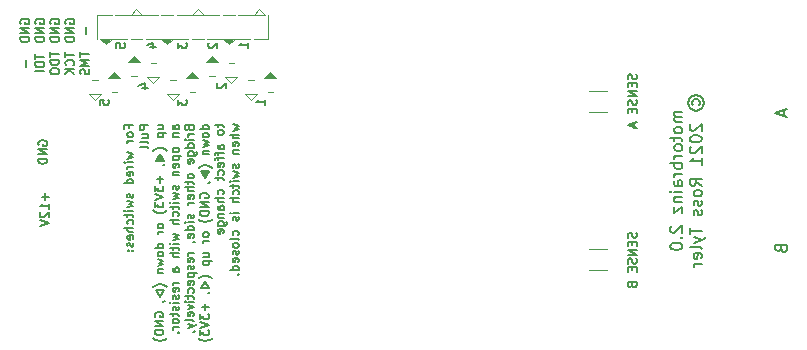
<source format=gbr>
%TF.GenerationSoftware,KiCad,Pcbnew,5.1.9-2.fc34*%
%TF.CreationDate,2021-04-29T15:20:28-07:00*%
%TF.ProjectId,motorbrainz,6d6f746f-7262-4726-9169-6e7a2e6b6963,1.0*%
%TF.SameCoordinates,Original*%
%TF.FileFunction,Legend,Bot*%
%TF.FilePolarity,Positive*%
%FSLAX46Y46*%
G04 Gerber Fmt 4.6, Leading zero omitted, Abs format (unit mm)*
G04 Created by KiCad (PCBNEW 5.1.9-2.fc34) date 2021-04-29 15:20:28*
%MOMM*%
%LPD*%
G01*
G04 APERTURE LIST*
%ADD10C,0.150000*%
%ADD11C,0.120000*%
%ADD12C,0.100000*%
G04 APERTURE END LIST*
D10*
X148979380Y-95790476D02*
X148312714Y-95790476D01*
X148407952Y-95790476D02*
X148360333Y-95838095D01*
X148312714Y-95933333D01*
X148312714Y-96076190D01*
X148360333Y-96171428D01*
X148455571Y-96219047D01*
X148979380Y-96219047D01*
X148455571Y-96219047D02*
X148360333Y-96266666D01*
X148312714Y-96361904D01*
X148312714Y-96504761D01*
X148360333Y-96600000D01*
X148455571Y-96647619D01*
X148979380Y-96647619D01*
X148979380Y-97266666D02*
X148931761Y-97171428D01*
X148884142Y-97123809D01*
X148788904Y-97076190D01*
X148503190Y-97076190D01*
X148407952Y-97123809D01*
X148360333Y-97171428D01*
X148312714Y-97266666D01*
X148312714Y-97409523D01*
X148360333Y-97504761D01*
X148407952Y-97552380D01*
X148503190Y-97600000D01*
X148788904Y-97600000D01*
X148884142Y-97552380D01*
X148931761Y-97504761D01*
X148979380Y-97409523D01*
X148979380Y-97266666D01*
X148312714Y-97885714D02*
X148312714Y-98266666D01*
X147979380Y-98028571D02*
X148836523Y-98028571D01*
X148931761Y-98076190D01*
X148979380Y-98171428D01*
X148979380Y-98266666D01*
X148979380Y-98742857D02*
X148931761Y-98647619D01*
X148884142Y-98600000D01*
X148788904Y-98552380D01*
X148503190Y-98552380D01*
X148407952Y-98600000D01*
X148360333Y-98647619D01*
X148312714Y-98742857D01*
X148312714Y-98885714D01*
X148360333Y-98980952D01*
X148407952Y-99028571D01*
X148503190Y-99076190D01*
X148788904Y-99076190D01*
X148884142Y-99028571D01*
X148931761Y-98980952D01*
X148979380Y-98885714D01*
X148979380Y-98742857D01*
X148979380Y-99504761D02*
X148312714Y-99504761D01*
X148503190Y-99504761D02*
X148407952Y-99552380D01*
X148360333Y-99600000D01*
X148312714Y-99695238D01*
X148312714Y-99790476D01*
X148979380Y-100123809D02*
X147979380Y-100123809D01*
X148360333Y-100123809D02*
X148312714Y-100219047D01*
X148312714Y-100409523D01*
X148360333Y-100504761D01*
X148407952Y-100552380D01*
X148503190Y-100600000D01*
X148788904Y-100600000D01*
X148884142Y-100552380D01*
X148931761Y-100504761D01*
X148979380Y-100409523D01*
X148979380Y-100219047D01*
X148931761Y-100123809D01*
X148979380Y-101028571D02*
X148312714Y-101028571D01*
X148503190Y-101028571D02*
X148407952Y-101076190D01*
X148360333Y-101123809D01*
X148312714Y-101219047D01*
X148312714Y-101314285D01*
X148979380Y-102076190D02*
X148455571Y-102076190D01*
X148360333Y-102028571D01*
X148312714Y-101933333D01*
X148312714Y-101742857D01*
X148360333Y-101647619D01*
X148931761Y-102076190D02*
X148979380Y-101980952D01*
X148979380Y-101742857D01*
X148931761Y-101647619D01*
X148836523Y-101600000D01*
X148741285Y-101600000D01*
X148646047Y-101647619D01*
X148598428Y-101742857D01*
X148598428Y-101980952D01*
X148550809Y-102076190D01*
X148979380Y-102552380D02*
X148312714Y-102552380D01*
X147979380Y-102552380D02*
X148027000Y-102504761D01*
X148074619Y-102552380D01*
X148027000Y-102600000D01*
X147979380Y-102552380D01*
X148074619Y-102552380D01*
X148312714Y-103028571D02*
X148979380Y-103028571D01*
X148407952Y-103028571D02*
X148360333Y-103076190D01*
X148312714Y-103171428D01*
X148312714Y-103314285D01*
X148360333Y-103409523D01*
X148455571Y-103457142D01*
X148979380Y-103457142D01*
X148312714Y-103838095D02*
X148312714Y-104361904D01*
X148979380Y-103838095D01*
X148979380Y-104361904D01*
X148074619Y-105457142D02*
X148027000Y-105504761D01*
X147979380Y-105600000D01*
X147979380Y-105838095D01*
X148027000Y-105933333D01*
X148074619Y-105980952D01*
X148169857Y-106028571D01*
X148265095Y-106028571D01*
X148407952Y-105980952D01*
X148979380Y-105409523D01*
X148979380Y-106028571D01*
X148884142Y-106457142D02*
X148931761Y-106504761D01*
X148979380Y-106457142D01*
X148931761Y-106409523D01*
X148884142Y-106457142D01*
X148979380Y-106457142D01*
X147979380Y-107123809D02*
X147979380Y-107219047D01*
X148027000Y-107314285D01*
X148074619Y-107361904D01*
X148169857Y-107409523D01*
X148360333Y-107457142D01*
X148598428Y-107457142D01*
X148788904Y-107409523D01*
X148884142Y-107361904D01*
X148931761Y-107314285D01*
X148979380Y-107219047D01*
X148979380Y-107123809D01*
X148931761Y-107028571D01*
X148884142Y-106980952D01*
X148788904Y-106933333D01*
X148598428Y-106885714D01*
X148360333Y-106885714D01*
X148169857Y-106933333D01*
X148074619Y-106980952D01*
X148027000Y-107028571D01*
X147979380Y-107123809D01*
X149867476Y-95219047D02*
X149819857Y-95123809D01*
X149819857Y-94933333D01*
X149867476Y-94838095D01*
X149962714Y-94742857D01*
X150057952Y-94695238D01*
X150248428Y-94695238D01*
X150343666Y-94742857D01*
X150438904Y-94838095D01*
X150486523Y-94933333D01*
X150486523Y-95123809D01*
X150438904Y-95219047D01*
X149486523Y-95028571D02*
X149534142Y-94790476D01*
X149677000Y-94552380D01*
X149915095Y-94409523D01*
X150153190Y-94361904D01*
X150391285Y-94409523D01*
X150629380Y-94552380D01*
X150772238Y-94790476D01*
X150819857Y-95028571D01*
X150772238Y-95266666D01*
X150629380Y-95504761D01*
X150391285Y-95647619D01*
X150153190Y-95695238D01*
X149915095Y-95647619D01*
X149677000Y-95504761D01*
X149534142Y-95266666D01*
X149486523Y-95028571D01*
X149724619Y-96838095D02*
X149677000Y-96885714D01*
X149629380Y-96980952D01*
X149629380Y-97219047D01*
X149677000Y-97314285D01*
X149724619Y-97361904D01*
X149819857Y-97409523D01*
X149915095Y-97409523D01*
X150057952Y-97361904D01*
X150629380Y-96790476D01*
X150629380Y-97409523D01*
X149629380Y-98028571D02*
X149629380Y-98123809D01*
X149677000Y-98219047D01*
X149724619Y-98266666D01*
X149819857Y-98314285D01*
X150010333Y-98361904D01*
X150248428Y-98361904D01*
X150438904Y-98314285D01*
X150534142Y-98266666D01*
X150581761Y-98219047D01*
X150629380Y-98123809D01*
X150629380Y-98028571D01*
X150581761Y-97933333D01*
X150534142Y-97885714D01*
X150438904Y-97838095D01*
X150248428Y-97790476D01*
X150010333Y-97790476D01*
X149819857Y-97838095D01*
X149724619Y-97885714D01*
X149677000Y-97933333D01*
X149629380Y-98028571D01*
X149724619Y-98742857D02*
X149677000Y-98790476D01*
X149629380Y-98885714D01*
X149629380Y-99123809D01*
X149677000Y-99219047D01*
X149724619Y-99266666D01*
X149819857Y-99314285D01*
X149915095Y-99314285D01*
X150057952Y-99266666D01*
X150629380Y-98695238D01*
X150629380Y-99314285D01*
X150629380Y-100266666D02*
X150629380Y-99695238D01*
X150629380Y-99980952D02*
X149629380Y-99980952D01*
X149772238Y-99885714D01*
X149867476Y-99790476D01*
X149915095Y-99695238D01*
X150629380Y-102028571D02*
X150153190Y-101695238D01*
X150629380Y-101457142D02*
X149629380Y-101457142D01*
X149629380Y-101838095D01*
X149677000Y-101933333D01*
X149724619Y-101980952D01*
X149819857Y-102028571D01*
X149962714Y-102028571D01*
X150057952Y-101980952D01*
X150105571Y-101933333D01*
X150153190Y-101838095D01*
X150153190Y-101457142D01*
X150629380Y-102600000D02*
X150581761Y-102504761D01*
X150534142Y-102457142D01*
X150438904Y-102409523D01*
X150153190Y-102409523D01*
X150057952Y-102457142D01*
X150010333Y-102504761D01*
X149962714Y-102600000D01*
X149962714Y-102742857D01*
X150010333Y-102838095D01*
X150057952Y-102885714D01*
X150153190Y-102933333D01*
X150438904Y-102933333D01*
X150534142Y-102885714D01*
X150581761Y-102838095D01*
X150629380Y-102742857D01*
X150629380Y-102600000D01*
X150581761Y-103314285D02*
X150629380Y-103409523D01*
X150629380Y-103600000D01*
X150581761Y-103695238D01*
X150486523Y-103742857D01*
X150438904Y-103742857D01*
X150343666Y-103695238D01*
X150296047Y-103600000D01*
X150296047Y-103457142D01*
X150248428Y-103361904D01*
X150153190Y-103314285D01*
X150105571Y-103314285D01*
X150010333Y-103361904D01*
X149962714Y-103457142D01*
X149962714Y-103600000D01*
X150010333Y-103695238D01*
X150581761Y-104123809D02*
X150629380Y-104219047D01*
X150629380Y-104409523D01*
X150581761Y-104504761D01*
X150486523Y-104552380D01*
X150438904Y-104552380D01*
X150343666Y-104504761D01*
X150296047Y-104409523D01*
X150296047Y-104266666D01*
X150248428Y-104171428D01*
X150153190Y-104123809D01*
X150105571Y-104123809D01*
X150010333Y-104171428D01*
X149962714Y-104266666D01*
X149962714Y-104409523D01*
X150010333Y-104504761D01*
X149629380Y-105600000D02*
X149629380Y-106171428D01*
X150629380Y-105885714D02*
X149629380Y-105885714D01*
X149962714Y-106409523D02*
X150629380Y-106647619D01*
X149962714Y-106885714D02*
X150629380Y-106647619D01*
X150867476Y-106552380D01*
X150915095Y-106504761D01*
X150962714Y-106409523D01*
X150629380Y-107409523D02*
X150581761Y-107314285D01*
X150486523Y-107266666D01*
X149629380Y-107266666D01*
X150581761Y-108171428D02*
X150629380Y-108076190D01*
X150629380Y-107885714D01*
X150581761Y-107790476D01*
X150486523Y-107742857D01*
X150105571Y-107742857D01*
X150010333Y-107790476D01*
X149962714Y-107885714D01*
X149962714Y-108076190D01*
X150010333Y-108171428D01*
X150105571Y-108219047D01*
X150200809Y-108219047D01*
X150296047Y-107742857D01*
X150629380Y-108647619D02*
X149962714Y-108647619D01*
X150153190Y-108647619D02*
X150057952Y-108695238D01*
X150010333Y-108742857D01*
X149962714Y-108838095D01*
X149962714Y-108933333D01*
X102117678Y-97173071D02*
X102117678Y-96923071D01*
X102510535Y-96923071D02*
X101760535Y-96923071D01*
X101760535Y-97280214D01*
X102510535Y-97673071D02*
X102474821Y-97601642D01*
X102439107Y-97565928D01*
X102367678Y-97530214D01*
X102153392Y-97530214D01*
X102081964Y-97565928D01*
X102046250Y-97601642D01*
X102010535Y-97673071D01*
X102010535Y-97780214D01*
X102046250Y-97851642D01*
X102081964Y-97887357D01*
X102153392Y-97923071D01*
X102367678Y-97923071D01*
X102439107Y-97887357D01*
X102474821Y-97851642D01*
X102510535Y-97780214D01*
X102510535Y-97673071D01*
X102510535Y-98244500D02*
X102010535Y-98244500D01*
X102153392Y-98244500D02*
X102081964Y-98280214D01*
X102046250Y-98315928D01*
X102010535Y-98387357D01*
X102010535Y-98458785D01*
X102010535Y-99208785D02*
X102510535Y-99351642D01*
X102153392Y-99494500D01*
X102510535Y-99637357D01*
X102010535Y-99780214D01*
X102510535Y-100065928D02*
X102010535Y-100065928D01*
X101760535Y-100065928D02*
X101796250Y-100030214D01*
X101831964Y-100065928D01*
X101796250Y-100101642D01*
X101760535Y-100065928D01*
X101831964Y-100065928D01*
X102510535Y-100423071D02*
X102010535Y-100423071D01*
X102153392Y-100423071D02*
X102081964Y-100458785D01*
X102046250Y-100494500D01*
X102010535Y-100565928D01*
X102010535Y-100637357D01*
X102474821Y-101173071D02*
X102510535Y-101101642D01*
X102510535Y-100958785D01*
X102474821Y-100887357D01*
X102403392Y-100851642D01*
X102117678Y-100851642D01*
X102046250Y-100887357D01*
X102010535Y-100958785D01*
X102010535Y-101101642D01*
X102046250Y-101173071D01*
X102117678Y-101208785D01*
X102189107Y-101208785D01*
X102260535Y-100851642D01*
X102510535Y-101851642D02*
X101760535Y-101851642D01*
X102474821Y-101851642D02*
X102510535Y-101780214D01*
X102510535Y-101637357D01*
X102474821Y-101565928D01*
X102439107Y-101530214D01*
X102367678Y-101494500D01*
X102153392Y-101494500D01*
X102081964Y-101530214D01*
X102046250Y-101565928D01*
X102010535Y-101637357D01*
X102010535Y-101780214D01*
X102046250Y-101851642D01*
X102474821Y-102744500D02*
X102510535Y-102815928D01*
X102510535Y-102958785D01*
X102474821Y-103030214D01*
X102403392Y-103065928D01*
X102367678Y-103065928D01*
X102296250Y-103030214D01*
X102260535Y-102958785D01*
X102260535Y-102851642D01*
X102224821Y-102780214D01*
X102153392Y-102744500D01*
X102117678Y-102744500D01*
X102046250Y-102780214D01*
X102010535Y-102851642D01*
X102010535Y-102958785D01*
X102046250Y-103030214D01*
X102010535Y-103315928D02*
X102510535Y-103458785D01*
X102153392Y-103601642D01*
X102510535Y-103744500D01*
X102010535Y-103887357D01*
X102510535Y-104173071D02*
X102010535Y-104173071D01*
X101760535Y-104173071D02*
X101796250Y-104137357D01*
X101831964Y-104173071D01*
X101796250Y-104208785D01*
X101760535Y-104173071D01*
X101831964Y-104173071D01*
X102010535Y-104423071D02*
X102010535Y-104708785D01*
X101760535Y-104530214D02*
X102403392Y-104530214D01*
X102474821Y-104565928D01*
X102510535Y-104637357D01*
X102510535Y-104708785D01*
X102474821Y-105280214D02*
X102510535Y-105208785D01*
X102510535Y-105065928D01*
X102474821Y-104994500D01*
X102439107Y-104958785D01*
X102367678Y-104923071D01*
X102153392Y-104923071D01*
X102081964Y-104958785D01*
X102046250Y-104994500D01*
X102010535Y-105065928D01*
X102010535Y-105208785D01*
X102046250Y-105280214D01*
X102510535Y-105601642D02*
X101760535Y-105601642D01*
X102510535Y-105923071D02*
X102117678Y-105923071D01*
X102046250Y-105887357D01*
X102010535Y-105815928D01*
X102010535Y-105708785D01*
X102046250Y-105637357D01*
X102081964Y-105601642D01*
X102474821Y-106565928D02*
X102510535Y-106494500D01*
X102510535Y-106351642D01*
X102474821Y-106280214D01*
X102403392Y-106244500D01*
X102117678Y-106244500D01*
X102046250Y-106280214D01*
X102010535Y-106351642D01*
X102010535Y-106494500D01*
X102046250Y-106565928D01*
X102117678Y-106601642D01*
X102189107Y-106601642D01*
X102260535Y-106244500D01*
X102474821Y-106887357D02*
X102510535Y-106958785D01*
X102510535Y-107101642D01*
X102474821Y-107173071D01*
X102403392Y-107208785D01*
X102367678Y-107208785D01*
X102296250Y-107173071D01*
X102260535Y-107101642D01*
X102260535Y-106994500D01*
X102224821Y-106923071D01*
X102153392Y-106887357D01*
X102117678Y-106887357D01*
X102046250Y-106923071D01*
X102010535Y-106994500D01*
X102010535Y-107101642D01*
X102046250Y-107173071D01*
X102439107Y-107530214D02*
X102474821Y-107565928D01*
X102510535Y-107530214D01*
X102474821Y-107494500D01*
X102439107Y-107530214D01*
X102510535Y-107530214D01*
X102046250Y-107530214D02*
X102081964Y-107565928D01*
X102117678Y-107530214D01*
X102081964Y-107494500D01*
X102046250Y-107530214D01*
X102117678Y-107530214D01*
X103785535Y-96923071D02*
X103035535Y-96923071D01*
X103035535Y-97208785D01*
X103071250Y-97280214D01*
X103106964Y-97315928D01*
X103178392Y-97351642D01*
X103285535Y-97351642D01*
X103356964Y-97315928D01*
X103392678Y-97280214D01*
X103428392Y-97208785D01*
X103428392Y-96923071D01*
X103285535Y-97994500D02*
X103785535Y-97994500D01*
X103285535Y-97673071D02*
X103678392Y-97673071D01*
X103749821Y-97708785D01*
X103785535Y-97780214D01*
X103785535Y-97887357D01*
X103749821Y-97958785D01*
X103714107Y-97994500D01*
X103785535Y-98458785D02*
X103749821Y-98387357D01*
X103678392Y-98351642D01*
X103035535Y-98351642D01*
X103785535Y-98851642D02*
X103749821Y-98780214D01*
X103678392Y-98744500D01*
X103035535Y-98744500D01*
X104560535Y-97244500D02*
X105060535Y-97244500D01*
X104560535Y-96923071D02*
X104953392Y-96923071D01*
X105024821Y-96958785D01*
X105060535Y-97030214D01*
X105060535Y-97137357D01*
X105024821Y-97208785D01*
X104989107Y-97244500D01*
X104560535Y-97601642D02*
X105310535Y-97601642D01*
X104596250Y-97601642D02*
X104560535Y-97673071D01*
X104560535Y-97815928D01*
X104596250Y-97887357D01*
X104631964Y-97923071D01*
X104703392Y-97958785D01*
X104917678Y-97958785D01*
X104989107Y-97923071D01*
X105024821Y-97887357D01*
X105060535Y-97815928D01*
X105060535Y-97673071D01*
X105024821Y-97601642D01*
X105346250Y-99065928D02*
X105310535Y-99030214D01*
X105203392Y-98958785D01*
X105131964Y-98923071D01*
X105024821Y-98887357D01*
X104846250Y-98851642D01*
X104703392Y-98851642D01*
X104524821Y-98887357D01*
X104417678Y-98923071D01*
X104346250Y-98958785D01*
X104239107Y-99030214D01*
X104203392Y-99065928D01*
X105060535Y-99887357D02*
X104489107Y-99887357D01*
X105024821Y-99851642D02*
X104524821Y-99851642D01*
X105024821Y-99815928D02*
X104524821Y-99815928D01*
X104989107Y-99780214D02*
X104560535Y-99780214D01*
X104989107Y-99744500D02*
X104560535Y-99744500D01*
X104953392Y-99708785D02*
X104596250Y-99708785D01*
X104953392Y-99673071D02*
X104596250Y-99673071D01*
X104917678Y-99637357D02*
X104631964Y-99637357D01*
X104881964Y-99601642D02*
X104667678Y-99601642D01*
X104881964Y-99565928D02*
X104667678Y-99565928D01*
X104846250Y-99530214D02*
X104703392Y-99530214D01*
X104846250Y-99494500D02*
X104703392Y-99494500D01*
X104774821Y-99458785D02*
X104774821Y-99423071D01*
X104810535Y-99458785D02*
X104739107Y-99458785D01*
X105060535Y-99923071D02*
X104774821Y-99387357D01*
X104489107Y-99923071D01*
X104774821Y-99351642D02*
X104453392Y-99923071D01*
X105096250Y-99923071D01*
X104774821Y-99351642D01*
X105024821Y-100315928D02*
X105060535Y-100315928D01*
X105131964Y-100280214D01*
X105167678Y-100244500D01*
X104774821Y-101208785D02*
X104774821Y-101780214D01*
X105060535Y-101494500D02*
X104489107Y-101494500D01*
X104310535Y-102065928D02*
X104310535Y-102530214D01*
X104596250Y-102280214D01*
X104596250Y-102387357D01*
X104631964Y-102458785D01*
X104667678Y-102494500D01*
X104739107Y-102530214D01*
X104917678Y-102530214D01*
X104989107Y-102494500D01*
X105024821Y-102458785D01*
X105060535Y-102387357D01*
X105060535Y-102173071D01*
X105024821Y-102101642D01*
X104989107Y-102065928D01*
X104310535Y-102744500D02*
X105060535Y-102994500D01*
X104310535Y-103244500D01*
X104310535Y-103423071D02*
X104310535Y-103887357D01*
X104596250Y-103637357D01*
X104596250Y-103744500D01*
X104631964Y-103815928D01*
X104667678Y-103851642D01*
X104739107Y-103887357D01*
X104917678Y-103887357D01*
X104989107Y-103851642D01*
X105024821Y-103815928D01*
X105060535Y-103744500D01*
X105060535Y-103530214D01*
X105024821Y-103458785D01*
X104989107Y-103423071D01*
X105346250Y-104137357D02*
X105310535Y-104173071D01*
X105203392Y-104244500D01*
X105131964Y-104280214D01*
X105024821Y-104315928D01*
X104846250Y-104351642D01*
X104703392Y-104351642D01*
X104524821Y-104315928D01*
X104417678Y-104280214D01*
X104346250Y-104244500D01*
X104239107Y-104173071D01*
X104203392Y-104137357D01*
X105060535Y-105387357D02*
X105024821Y-105315928D01*
X104989107Y-105280214D01*
X104917678Y-105244500D01*
X104703392Y-105244500D01*
X104631964Y-105280214D01*
X104596250Y-105315928D01*
X104560535Y-105387357D01*
X104560535Y-105494500D01*
X104596250Y-105565928D01*
X104631964Y-105601642D01*
X104703392Y-105637357D01*
X104917678Y-105637357D01*
X104989107Y-105601642D01*
X105024821Y-105565928D01*
X105060535Y-105494500D01*
X105060535Y-105387357D01*
X105060535Y-105958785D02*
X104560535Y-105958785D01*
X104703392Y-105958785D02*
X104631964Y-105994500D01*
X104596250Y-106030214D01*
X104560535Y-106101642D01*
X104560535Y-106173071D01*
X105060535Y-107315928D02*
X104310535Y-107315928D01*
X105024821Y-107315928D02*
X105060535Y-107244500D01*
X105060535Y-107101642D01*
X105024821Y-107030214D01*
X104989107Y-106994500D01*
X104917678Y-106958785D01*
X104703392Y-106958785D01*
X104631964Y-106994500D01*
X104596250Y-107030214D01*
X104560535Y-107101642D01*
X104560535Y-107244500D01*
X104596250Y-107315928D01*
X105060535Y-107780214D02*
X105024821Y-107708785D01*
X104989107Y-107673071D01*
X104917678Y-107637357D01*
X104703392Y-107637357D01*
X104631964Y-107673071D01*
X104596250Y-107708785D01*
X104560535Y-107780214D01*
X104560535Y-107887357D01*
X104596250Y-107958785D01*
X104631964Y-107994500D01*
X104703392Y-108030214D01*
X104917678Y-108030214D01*
X104989107Y-107994500D01*
X105024821Y-107958785D01*
X105060535Y-107887357D01*
X105060535Y-107780214D01*
X104560535Y-108280214D02*
X105060535Y-108423071D01*
X104703392Y-108565928D01*
X105060535Y-108708785D01*
X104560535Y-108851642D01*
X104560535Y-109137357D02*
X105060535Y-109137357D01*
X104631964Y-109137357D02*
X104596250Y-109173071D01*
X104560535Y-109244500D01*
X104560535Y-109351642D01*
X104596250Y-109423071D01*
X104667678Y-109458785D01*
X105060535Y-109458785D01*
X105346250Y-110601642D02*
X105310535Y-110565928D01*
X105203392Y-110494500D01*
X105131964Y-110458785D01*
X105024821Y-110423071D01*
X104846250Y-110387357D01*
X104703392Y-110387357D01*
X104524821Y-110423071D01*
X104417678Y-110458785D01*
X104346250Y-110494500D01*
X104239107Y-110565928D01*
X104203392Y-110601642D01*
X104774821Y-111458785D02*
X105096250Y-110887357D01*
X104453392Y-110887357D01*
X104774821Y-111458785D01*
X105024821Y-111851642D02*
X105060535Y-111851642D01*
X105131964Y-111815928D01*
X105167678Y-111780214D01*
X104346250Y-113137357D02*
X104310535Y-113065928D01*
X104310535Y-112958785D01*
X104346250Y-112851642D01*
X104417678Y-112780214D01*
X104489107Y-112744500D01*
X104631964Y-112708785D01*
X104739107Y-112708785D01*
X104881964Y-112744500D01*
X104953392Y-112780214D01*
X105024821Y-112851642D01*
X105060535Y-112958785D01*
X105060535Y-113030214D01*
X105024821Y-113137357D01*
X104989107Y-113173071D01*
X104739107Y-113173071D01*
X104739107Y-113030214D01*
X105060535Y-113494500D02*
X104310535Y-113494500D01*
X105060535Y-113923071D01*
X104310535Y-113923071D01*
X105060535Y-114280214D02*
X104310535Y-114280214D01*
X104310535Y-114458785D01*
X104346250Y-114565928D01*
X104417678Y-114637357D01*
X104489107Y-114673071D01*
X104631964Y-114708785D01*
X104739107Y-114708785D01*
X104881964Y-114673071D01*
X104953392Y-114637357D01*
X105024821Y-114565928D01*
X105060535Y-114458785D01*
X105060535Y-114280214D01*
X105346250Y-114958785D02*
X105310535Y-114994500D01*
X105203392Y-115065928D01*
X105131964Y-115101642D01*
X105024821Y-115137357D01*
X104846250Y-115173071D01*
X104703392Y-115173071D01*
X104524821Y-115137357D01*
X104417678Y-115101642D01*
X104346250Y-115065928D01*
X104239107Y-114994500D01*
X104203392Y-114958785D01*
X106335535Y-97244500D02*
X105942678Y-97244500D01*
X105871250Y-97208785D01*
X105835535Y-97137357D01*
X105835535Y-96994500D01*
X105871250Y-96923071D01*
X106299821Y-97244500D02*
X106335535Y-97173071D01*
X106335535Y-96994500D01*
X106299821Y-96923071D01*
X106228392Y-96887357D01*
X106156964Y-96887357D01*
X106085535Y-96923071D01*
X106049821Y-96994500D01*
X106049821Y-97173071D01*
X106014107Y-97244500D01*
X105835535Y-97601642D02*
X106335535Y-97601642D01*
X105906964Y-97601642D02*
X105871250Y-97637357D01*
X105835535Y-97708785D01*
X105835535Y-97815928D01*
X105871250Y-97887357D01*
X105942678Y-97923071D01*
X106335535Y-97923071D01*
X106335535Y-98958785D02*
X106299821Y-98887357D01*
X106264107Y-98851642D01*
X106192678Y-98815928D01*
X105978392Y-98815928D01*
X105906964Y-98851642D01*
X105871250Y-98887357D01*
X105835535Y-98958785D01*
X105835535Y-99065928D01*
X105871250Y-99137357D01*
X105906964Y-99173071D01*
X105978392Y-99208785D01*
X106192678Y-99208785D01*
X106264107Y-99173071D01*
X106299821Y-99137357D01*
X106335535Y-99065928D01*
X106335535Y-98958785D01*
X105835535Y-99530214D02*
X106585535Y-99530214D01*
X105871250Y-99530214D02*
X105835535Y-99601642D01*
X105835535Y-99744500D01*
X105871250Y-99815928D01*
X105906964Y-99851642D01*
X105978392Y-99887357D01*
X106192678Y-99887357D01*
X106264107Y-99851642D01*
X106299821Y-99815928D01*
X106335535Y-99744500D01*
X106335535Y-99601642D01*
X106299821Y-99530214D01*
X106299821Y-100494500D02*
X106335535Y-100423071D01*
X106335535Y-100280214D01*
X106299821Y-100208785D01*
X106228392Y-100173071D01*
X105942678Y-100173071D01*
X105871250Y-100208785D01*
X105835535Y-100280214D01*
X105835535Y-100423071D01*
X105871250Y-100494500D01*
X105942678Y-100530214D01*
X106014107Y-100530214D01*
X106085535Y-100173071D01*
X105835535Y-100851642D02*
X106335535Y-100851642D01*
X105906964Y-100851642D02*
X105871250Y-100887357D01*
X105835535Y-100958785D01*
X105835535Y-101065928D01*
X105871250Y-101137357D01*
X105942678Y-101173071D01*
X106335535Y-101173071D01*
X106299821Y-102065928D02*
X106335535Y-102137357D01*
X106335535Y-102280214D01*
X106299821Y-102351642D01*
X106228392Y-102387357D01*
X106192678Y-102387357D01*
X106121250Y-102351642D01*
X106085535Y-102280214D01*
X106085535Y-102173071D01*
X106049821Y-102101642D01*
X105978392Y-102065928D01*
X105942678Y-102065928D01*
X105871250Y-102101642D01*
X105835535Y-102173071D01*
X105835535Y-102280214D01*
X105871250Y-102351642D01*
X105835535Y-102637357D02*
X106335535Y-102780214D01*
X105978392Y-102923071D01*
X106335535Y-103065928D01*
X105835535Y-103208785D01*
X106335535Y-103494500D02*
X105835535Y-103494500D01*
X105585535Y-103494500D02*
X105621250Y-103458785D01*
X105656964Y-103494500D01*
X105621250Y-103530214D01*
X105585535Y-103494500D01*
X105656964Y-103494500D01*
X105835535Y-103744500D02*
X105835535Y-104030214D01*
X105585535Y-103851642D02*
X106228392Y-103851642D01*
X106299821Y-103887357D01*
X106335535Y-103958785D01*
X106335535Y-104030214D01*
X106299821Y-104601642D02*
X106335535Y-104530214D01*
X106335535Y-104387357D01*
X106299821Y-104315928D01*
X106264107Y-104280214D01*
X106192678Y-104244500D01*
X105978392Y-104244500D01*
X105906964Y-104280214D01*
X105871250Y-104315928D01*
X105835535Y-104387357D01*
X105835535Y-104530214D01*
X105871250Y-104601642D01*
X106335535Y-104923071D02*
X105585535Y-104923071D01*
X106335535Y-105244500D02*
X105942678Y-105244500D01*
X105871250Y-105208785D01*
X105835535Y-105137357D01*
X105835535Y-105030214D01*
X105871250Y-104958785D01*
X105906964Y-104923071D01*
X105835535Y-106101642D02*
X106335535Y-106244500D01*
X105978392Y-106387357D01*
X106335535Y-106530214D01*
X105835535Y-106673071D01*
X106335535Y-106958785D02*
X105835535Y-106958785D01*
X105585535Y-106958785D02*
X105621250Y-106923071D01*
X105656964Y-106958785D01*
X105621250Y-106994500D01*
X105585535Y-106958785D01*
X105656964Y-106958785D01*
X105835535Y-107208785D02*
X105835535Y-107494500D01*
X105585535Y-107315928D02*
X106228392Y-107315928D01*
X106299821Y-107351642D01*
X106335535Y-107423071D01*
X106335535Y-107494500D01*
X106335535Y-107744500D02*
X105585535Y-107744500D01*
X106335535Y-108065928D02*
X105942678Y-108065928D01*
X105871250Y-108030214D01*
X105835535Y-107958785D01*
X105835535Y-107851642D01*
X105871250Y-107780214D01*
X105906964Y-107744500D01*
X106335535Y-109315928D02*
X105942678Y-109315928D01*
X105871250Y-109280214D01*
X105835535Y-109208785D01*
X105835535Y-109065928D01*
X105871250Y-108994500D01*
X106299821Y-109315928D02*
X106335535Y-109244500D01*
X106335535Y-109065928D01*
X106299821Y-108994500D01*
X106228392Y-108958785D01*
X106156964Y-108958785D01*
X106085535Y-108994500D01*
X106049821Y-109065928D01*
X106049821Y-109244500D01*
X106014107Y-109315928D01*
X106335535Y-110244500D02*
X105835535Y-110244500D01*
X105978392Y-110244500D02*
X105906964Y-110280214D01*
X105871250Y-110315928D01*
X105835535Y-110387357D01*
X105835535Y-110458785D01*
X106299821Y-110994500D02*
X106335535Y-110923071D01*
X106335535Y-110780214D01*
X106299821Y-110708785D01*
X106228392Y-110673071D01*
X105942678Y-110673071D01*
X105871250Y-110708785D01*
X105835535Y-110780214D01*
X105835535Y-110923071D01*
X105871250Y-110994500D01*
X105942678Y-111030214D01*
X106014107Y-111030214D01*
X106085535Y-110673071D01*
X106299821Y-111315928D02*
X106335535Y-111387357D01*
X106335535Y-111530214D01*
X106299821Y-111601642D01*
X106228392Y-111637357D01*
X106192678Y-111637357D01*
X106121250Y-111601642D01*
X106085535Y-111530214D01*
X106085535Y-111423071D01*
X106049821Y-111351642D01*
X105978392Y-111315928D01*
X105942678Y-111315928D01*
X105871250Y-111351642D01*
X105835535Y-111423071D01*
X105835535Y-111530214D01*
X105871250Y-111601642D01*
X106335535Y-111958785D02*
X105835535Y-111958785D01*
X105585535Y-111958785D02*
X105621250Y-111923071D01*
X105656964Y-111958785D01*
X105621250Y-111994500D01*
X105585535Y-111958785D01*
X105656964Y-111958785D01*
X106299821Y-112280214D02*
X106335535Y-112351642D01*
X106335535Y-112494500D01*
X106299821Y-112565928D01*
X106228392Y-112601642D01*
X106192678Y-112601642D01*
X106121250Y-112565928D01*
X106085535Y-112494500D01*
X106085535Y-112387357D01*
X106049821Y-112315928D01*
X105978392Y-112280214D01*
X105942678Y-112280214D01*
X105871250Y-112315928D01*
X105835535Y-112387357D01*
X105835535Y-112494500D01*
X105871250Y-112565928D01*
X105835535Y-112815928D02*
X105835535Y-113101642D01*
X105585535Y-112923071D02*
X106228392Y-112923071D01*
X106299821Y-112958785D01*
X106335535Y-113030214D01*
X106335535Y-113101642D01*
X106335535Y-113458785D02*
X106299821Y-113387357D01*
X106264107Y-113351642D01*
X106192678Y-113315928D01*
X105978392Y-113315928D01*
X105906964Y-113351642D01*
X105871250Y-113387357D01*
X105835535Y-113458785D01*
X105835535Y-113565928D01*
X105871250Y-113637357D01*
X105906964Y-113673071D01*
X105978392Y-113708785D01*
X106192678Y-113708785D01*
X106264107Y-113673071D01*
X106299821Y-113637357D01*
X106335535Y-113565928D01*
X106335535Y-113458785D01*
X106335535Y-114030214D02*
X105835535Y-114030214D01*
X105978392Y-114030214D02*
X105906964Y-114065928D01*
X105871250Y-114101642D01*
X105835535Y-114173071D01*
X105835535Y-114244500D01*
X106264107Y-114494500D02*
X106299821Y-114530214D01*
X106335535Y-114494500D01*
X106299821Y-114458785D01*
X106264107Y-114494500D01*
X106335535Y-114494500D01*
X107217678Y-97173071D02*
X107253392Y-97280214D01*
X107289107Y-97315928D01*
X107360535Y-97351642D01*
X107467678Y-97351642D01*
X107539107Y-97315928D01*
X107574821Y-97280214D01*
X107610535Y-97208785D01*
X107610535Y-96923071D01*
X106860535Y-96923071D01*
X106860535Y-97173071D01*
X106896250Y-97244500D01*
X106931964Y-97280214D01*
X107003392Y-97315928D01*
X107074821Y-97315928D01*
X107146250Y-97280214D01*
X107181964Y-97244500D01*
X107217678Y-97173071D01*
X107217678Y-96923071D01*
X107610535Y-97673071D02*
X107110535Y-97673071D01*
X107253392Y-97673071D02*
X107181964Y-97708785D01*
X107146250Y-97744500D01*
X107110535Y-97815928D01*
X107110535Y-97887357D01*
X107610535Y-98137357D02*
X107110535Y-98137357D01*
X106860535Y-98137357D02*
X106896250Y-98101642D01*
X106931964Y-98137357D01*
X106896250Y-98173071D01*
X106860535Y-98137357D01*
X106931964Y-98137357D01*
X107610535Y-98815928D02*
X106860535Y-98815928D01*
X107574821Y-98815928D02*
X107610535Y-98744500D01*
X107610535Y-98601642D01*
X107574821Y-98530214D01*
X107539107Y-98494500D01*
X107467678Y-98458785D01*
X107253392Y-98458785D01*
X107181964Y-98494500D01*
X107146250Y-98530214D01*
X107110535Y-98601642D01*
X107110535Y-98744500D01*
X107146250Y-98815928D01*
X107110535Y-99494500D02*
X107717678Y-99494500D01*
X107789107Y-99458785D01*
X107824821Y-99423071D01*
X107860535Y-99351642D01*
X107860535Y-99244500D01*
X107824821Y-99173071D01*
X107574821Y-99494500D02*
X107610535Y-99423071D01*
X107610535Y-99280214D01*
X107574821Y-99208785D01*
X107539107Y-99173071D01*
X107467678Y-99137357D01*
X107253392Y-99137357D01*
X107181964Y-99173071D01*
X107146250Y-99208785D01*
X107110535Y-99280214D01*
X107110535Y-99423071D01*
X107146250Y-99494500D01*
X107574821Y-100137357D02*
X107610535Y-100065928D01*
X107610535Y-99923071D01*
X107574821Y-99851642D01*
X107503392Y-99815928D01*
X107217678Y-99815928D01*
X107146250Y-99851642D01*
X107110535Y-99923071D01*
X107110535Y-100065928D01*
X107146250Y-100137357D01*
X107217678Y-100173071D01*
X107289107Y-100173071D01*
X107360535Y-99815928D01*
X107610535Y-101173071D02*
X107574821Y-101101642D01*
X107539107Y-101065928D01*
X107467678Y-101030214D01*
X107253392Y-101030214D01*
X107181964Y-101065928D01*
X107146250Y-101101642D01*
X107110535Y-101173071D01*
X107110535Y-101280214D01*
X107146250Y-101351642D01*
X107181964Y-101387357D01*
X107253392Y-101423071D01*
X107467678Y-101423071D01*
X107539107Y-101387357D01*
X107574821Y-101351642D01*
X107610535Y-101280214D01*
X107610535Y-101173071D01*
X107110535Y-101637357D02*
X107110535Y-101923071D01*
X106860535Y-101744500D02*
X107503392Y-101744500D01*
X107574821Y-101780214D01*
X107610535Y-101851642D01*
X107610535Y-101923071D01*
X107610535Y-102173071D02*
X106860535Y-102173071D01*
X107610535Y-102494500D02*
X107217678Y-102494500D01*
X107146250Y-102458785D01*
X107110535Y-102387357D01*
X107110535Y-102280214D01*
X107146250Y-102208785D01*
X107181964Y-102173071D01*
X107574821Y-103137357D02*
X107610535Y-103065928D01*
X107610535Y-102923071D01*
X107574821Y-102851642D01*
X107503392Y-102815928D01*
X107217678Y-102815928D01*
X107146250Y-102851642D01*
X107110535Y-102923071D01*
X107110535Y-103065928D01*
X107146250Y-103137357D01*
X107217678Y-103173071D01*
X107289107Y-103173071D01*
X107360535Y-102815928D01*
X107610535Y-103494500D02*
X107110535Y-103494500D01*
X107253392Y-103494500D02*
X107181964Y-103530214D01*
X107146250Y-103565928D01*
X107110535Y-103637357D01*
X107110535Y-103708785D01*
X107574821Y-104494500D02*
X107610535Y-104565928D01*
X107610535Y-104708785D01*
X107574821Y-104780214D01*
X107503392Y-104815928D01*
X107467678Y-104815928D01*
X107396250Y-104780214D01*
X107360535Y-104708785D01*
X107360535Y-104601642D01*
X107324821Y-104530214D01*
X107253392Y-104494500D01*
X107217678Y-104494500D01*
X107146250Y-104530214D01*
X107110535Y-104601642D01*
X107110535Y-104708785D01*
X107146250Y-104780214D01*
X107610535Y-105137357D02*
X107110535Y-105137357D01*
X106860535Y-105137357D02*
X106896250Y-105101642D01*
X106931964Y-105137357D01*
X106896250Y-105173071D01*
X106860535Y-105137357D01*
X106931964Y-105137357D01*
X107610535Y-105815928D02*
X106860535Y-105815928D01*
X107574821Y-105815928D02*
X107610535Y-105744500D01*
X107610535Y-105601642D01*
X107574821Y-105530214D01*
X107539107Y-105494500D01*
X107467678Y-105458785D01*
X107253392Y-105458785D01*
X107181964Y-105494500D01*
X107146250Y-105530214D01*
X107110535Y-105601642D01*
X107110535Y-105744500D01*
X107146250Y-105815928D01*
X107574821Y-106458785D02*
X107610535Y-106387357D01*
X107610535Y-106244500D01*
X107574821Y-106173071D01*
X107503392Y-106137357D01*
X107217678Y-106137357D01*
X107146250Y-106173071D01*
X107110535Y-106244500D01*
X107110535Y-106387357D01*
X107146250Y-106458785D01*
X107217678Y-106494500D01*
X107289107Y-106494500D01*
X107360535Y-106137357D01*
X107574821Y-106851642D02*
X107610535Y-106851642D01*
X107681964Y-106815928D01*
X107717678Y-106780214D01*
X107610535Y-107744500D02*
X107110535Y-107744500D01*
X107253392Y-107744500D02*
X107181964Y-107780214D01*
X107146250Y-107815928D01*
X107110535Y-107887357D01*
X107110535Y-107958785D01*
X107574821Y-108494500D02*
X107610535Y-108423071D01*
X107610535Y-108280214D01*
X107574821Y-108208785D01*
X107503392Y-108173071D01*
X107217678Y-108173071D01*
X107146250Y-108208785D01*
X107110535Y-108280214D01*
X107110535Y-108423071D01*
X107146250Y-108494500D01*
X107217678Y-108530214D01*
X107289107Y-108530214D01*
X107360535Y-108173071D01*
X107574821Y-108815928D02*
X107610535Y-108887357D01*
X107610535Y-109030214D01*
X107574821Y-109101642D01*
X107503392Y-109137357D01*
X107467678Y-109137357D01*
X107396250Y-109101642D01*
X107360535Y-109030214D01*
X107360535Y-108923071D01*
X107324821Y-108851642D01*
X107253392Y-108815928D01*
X107217678Y-108815928D01*
X107146250Y-108851642D01*
X107110535Y-108923071D01*
X107110535Y-109030214D01*
X107146250Y-109101642D01*
X107110535Y-109458785D02*
X107860535Y-109458785D01*
X107146250Y-109458785D02*
X107110535Y-109530214D01*
X107110535Y-109673071D01*
X107146250Y-109744500D01*
X107181964Y-109780214D01*
X107253392Y-109815928D01*
X107467678Y-109815928D01*
X107539107Y-109780214D01*
X107574821Y-109744500D01*
X107610535Y-109673071D01*
X107610535Y-109530214D01*
X107574821Y-109458785D01*
X107574821Y-110423071D02*
X107610535Y-110351642D01*
X107610535Y-110208785D01*
X107574821Y-110137357D01*
X107503392Y-110101642D01*
X107217678Y-110101642D01*
X107146250Y-110137357D01*
X107110535Y-110208785D01*
X107110535Y-110351642D01*
X107146250Y-110423071D01*
X107217678Y-110458785D01*
X107289107Y-110458785D01*
X107360535Y-110101642D01*
X107574821Y-111101642D02*
X107610535Y-111030214D01*
X107610535Y-110887357D01*
X107574821Y-110815928D01*
X107539107Y-110780214D01*
X107467678Y-110744500D01*
X107253392Y-110744500D01*
X107181964Y-110780214D01*
X107146250Y-110815928D01*
X107110535Y-110887357D01*
X107110535Y-111030214D01*
X107146250Y-111101642D01*
X107110535Y-111315928D02*
X107110535Y-111601642D01*
X106860535Y-111423071D02*
X107503392Y-111423071D01*
X107574821Y-111458785D01*
X107610535Y-111530214D01*
X107610535Y-111601642D01*
X107610535Y-111851642D02*
X107110535Y-111851642D01*
X106860535Y-111851642D02*
X106896250Y-111815928D01*
X106931964Y-111851642D01*
X106896250Y-111887357D01*
X106860535Y-111851642D01*
X106931964Y-111851642D01*
X107110535Y-112137357D02*
X107610535Y-112315928D01*
X107110535Y-112494500D01*
X107574821Y-113065928D02*
X107610535Y-112994500D01*
X107610535Y-112851642D01*
X107574821Y-112780214D01*
X107503392Y-112744500D01*
X107217678Y-112744500D01*
X107146250Y-112780214D01*
X107110535Y-112851642D01*
X107110535Y-112994500D01*
X107146250Y-113065928D01*
X107217678Y-113101642D01*
X107289107Y-113101642D01*
X107360535Y-112744500D01*
X107610535Y-113530214D02*
X107574821Y-113458785D01*
X107503392Y-113423071D01*
X106860535Y-113423071D01*
X107110535Y-113744500D02*
X107610535Y-113923071D01*
X107110535Y-114101642D02*
X107610535Y-113923071D01*
X107789107Y-113851642D01*
X107824821Y-113815928D01*
X107860535Y-113744500D01*
X107574821Y-114423071D02*
X107610535Y-114423071D01*
X107681964Y-114387357D01*
X107717678Y-114351642D01*
X108885535Y-97244500D02*
X108135535Y-97244500D01*
X108849821Y-97244500D02*
X108885535Y-97173071D01*
X108885535Y-97030214D01*
X108849821Y-96958785D01*
X108814107Y-96923071D01*
X108742678Y-96887357D01*
X108528392Y-96887357D01*
X108456964Y-96923071D01*
X108421250Y-96958785D01*
X108385535Y-97030214D01*
X108385535Y-97173071D01*
X108421250Y-97244500D01*
X108885535Y-97708785D02*
X108849821Y-97637357D01*
X108814107Y-97601642D01*
X108742678Y-97565928D01*
X108528392Y-97565928D01*
X108456964Y-97601642D01*
X108421250Y-97637357D01*
X108385535Y-97708785D01*
X108385535Y-97815928D01*
X108421250Y-97887357D01*
X108456964Y-97923071D01*
X108528392Y-97958785D01*
X108742678Y-97958785D01*
X108814107Y-97923071D01*
X108849821Y-97887357D01*
X108885535Y-97815928D01*
X108885535Y-97708785D01*
X108385535Y-98208785D02*
X108885535Y-98351642D01*
X108528392Y-98494500D01*
X108885535Y-98637357D01*
X108385535Y-98780214D01*
X108385535Y-99065928D02*
X108885535Y-99065928D01*
X108456964Y-99065928D02*
X108421250Y-99101642D01*
X108385535Y-99173071D01*
X108385535Y-99280214D01*
X108421250Y-99351642D01*
X108492678Y-99387357D01*
X108885535Y-99387357D01*
X109171250Y-100530214D02*
X109135535Y-100494500D01*
X109028392Y-100423071D01*
X108956964Y-100387357D01*
X108849821Y-100351642D01*
X108671250Y-100315928D01*
X108528392Y-100315928D01*
X108349821Y-100351642D01*
X108242678Y-100387357D01*
X108171250Y-100423071D01*
X108064107Y-100494500D01*
X108028392Y-100530214D01*
X108314107Y-100851642D02*
X108885535Y-100851642D01*
X108349821Y-100887357D02*
X108849821Y-100887357D01*
X108349821Y-100923071D02*
X108849821Y-100923071D01*
X108385535Y-100958785D02*
X108814107Y-100958785D01*
X108385535Y-100994500D02*
X108814107Y-100994500D01*
X108421250Y-101030214D02*
X108778392Y-101030214D01*
X108421250Y-101065928D02*
X108778392Y-101065928D01*
X108456964Y-101101642D02*
X108742678Y-101101642D01*
X108492678Y-101137357D02*
X108706964Y-101137357D01*
X108492678Y-101173071D02*
X108706964Y-101173071D01*
X108528392Y-101208785D02*
X108671250Y-101208785D01*
X108528392Y-101244500D02*
X108671250Y-101244500D01*
X108599821Y-101280214D02*
X108599821Y-101315928D01*
X108564107Y-101280214D02*
X108635535Y-101280214D01*
X108314107Y-100815928D02*
X108599821Y-101351642D01*
X108885535Y-100815928D01*
X108599821Y-101387357D02*
X108921250Y-100815928D01*
X108278392Y-100815928D01*
X108599821Y-101387357D01*
X108849821Y-101780214D02*
X108885535Y-101780214D01*
X108956964Y-101744500D01*
X108992678Y-101708785D01*
X108171250Y-103065928D02*
X108135535Y-102994500D01*
X108135535Y-102887357D01*
X108171250Y-102780214D01*
X108242678Y-102708785D01*
X108314107Y-102673071D01*
X108456964Y-102637357D01*
X108564107Y-102637357D01*
X108706964Y-102673071D01*
X108778392Y-102708785D01*
X108849821Y-102780214D01*
X108885535Y-102887357D01*
X108885535Y-102958785D01*
X108849821Y-103065928D01*
X108814107Y-103101642D01*
X108564107Y-103101642D01*
X108564107Y-102958785D01*
X108885535Y-103423071D02*
X108135535Y-103423071D01*
X108885535Y-103851642D01*
X108135535Y-103851642D01*
X108885535Y-104208785D02*
X108135535Y-104208785D01*
X108135535Y-104387357D01*
X108171250Y-104494500D01*
X108242678Y-104565928D01*
X108314107Y-104601642D01*
X108456964Y-104637357D01*
X108564107Y-104637357D01*
X108706964Y-104601642D01*
X108778392Y-104565928D01*
X108849821Y-104494500D01*
X108885535Y-104387357D01*
X108885535Y-104208785D01*
X109171250Y-104887357D02*
X109135535Y-104923071D01*
X109028392Y-104994500D01*
X108956964Y-105030214D01*
X108849821Y-105065928D01*
X108671250Y-105101642D01*
X108528392Y-105101642D01*
X108349821Y-105065928D01*
X108242678Y-105030214D01*
X108171250Y-104994500D01*
X108064107Y-104923071D01*
X108028392Y-104887357D01*
X108885535Y-106137357D02*
X108849821Y-106065928D01*
X108814107Y-106030214D01*
X108742678Y-105994500D01*
X108528392Y-105994500D01*
X108456964Y-106030214D01*
X108421250Y-106065928D01*
X108385535Y-106137357D01*
X108385535Y-106244500D01*
X108421250Y-106315928D01*
X108456964Y-106351642D01*
X108528392Y-106387357D01*
X108742678Y-106387357D01*
X108814107Y-106351642D01*
X108849821Y-106315928D01*
X108885535Y-106244500D01*
X108885535Y-106137357D01*
X108885535Y-106708785D02*
X108385535Y-106708785D01*
X108528392Y-106708785D02*
X108456964Y-106744500D01*
X108421250Y-106780214D01*
X108385535Y-106851642D01*
X108385535Y-106923071D01*
X108385535Y-108065928D02*
X108885535Y-108065928D01*
X108385535Y-107744500D02*
X108778392Y-107744500D01*
X108849821Y-107780214D01*
X108885535Y-107851642D01*
X108885535Y-107958785D01*
X108849821Y-108030214D01*
X108814107Y-108065928D01*
X108385535Y-108423071D02*
X109135535Y-108423071D01*
X108421250Y-108423071D02*
X108385535Y-108494500D01*
X108385535Y-108637357D01*
X108421250Y-108708785D01*
X108456964Y-108744500D01*
X108528392Y-108780214D01*
X108742678Y-108780214D01*
X108814107Y-108744500D01*
X108849821Y-108708785D01*
X108885535Y-108637357D01*
X108885535Y-108494500D01*
X108849821Y-108423071D01*
X109171250Y-109887357D02*
X109135535Y-109851642D01*
X109028392Y-109780214D01*
X108956964Y-109744500D01*
X108849821Y-109708785D01*
X108671250Y-109673071D01*
X108528392Y-109673071D01*
X108349821Y-109708785D01*
X108242678Y-109744500D01*
X108171250Y-109780214D01*
X108064107Y-109851642D01*
X108028392Y-109887357D01*
X108599821Y-110173071D02*
X108278392Y-110744500D01*
X108921250Y-110744500D01*
X108599821Y-110173071D01*
X108849821Y-111137357D02*
X108885535Y-111137357D01*
X108956964Y-111101642D01*
X108992678Y-111065928D01*
X108599821Y-112030214D02*
X108599821Y-112601642D01*
X108885535Y-112315928D02*
X108314107Y-112315928D01*
X108135535Y-112887357D02*
X108135535Y-113351642D01*
X108421250Y-113101642D01*
X108421250Y-113208785D01*
X108456964Y-113280214D01*
X108492678Y-113315928D01*
X108564107Y-113351642D01*
X108742678Y-113351642D01*
X108814107Y-113315928D01*
X108849821Y-113280214D01*
X108885535Y-113208785D01*
X108885535Y-112994500D01*
X108849821Y-112923071D01*
X108814107Y-112887357D01*
X108135535Y-113565928D02*
X108885535Y-113815928D01*
X108135535Y-114065928D01*
X108135535Y-114244500D02*
X108135535Y-114708785D01*
X108421250Y-114458785D01*
X108421250Y-114565928D01*
X108456964Y-114637357D01*
X108492678Y-114673071D01*
X108564107Y-114708785D01*
X108742678Y-114708785D01*
X108814107Y-114673071D01*
X108849821Y-114637357D01*
X108885535Y-114565928D01*
X108885535Y-114351642D01*
X108849821Y-114280214D01*
X108814107Y-114244500D01*
X109171250Y-114958785D02*
X109135535Y-114994500D01*
X109028392Y-115065928D01*
X108956964Y-115101642D01*
X108849821Y-115137357D01*
X108671250Y-115173071D01*
X108528392Y-115173071D01*
X108349821Y-115137357D01*
X108242678Y-115101642D01*
X108171250Y-115065928D01*
X108064107Y-114994500D01*
X108028392Y-114958785D01*
X109660535Y-96815928D02*
X109660535Y-97101642D01*
X109410535Y-96923071D02*
X110053392Y-96923071D01*
X110124821Y-96958785D01*
X110160535Y-97030214D01*
X110160535Y-97101642D01*
X110160535Y-97458785D02*
X110124821Y-97387357D01*
X110089107Y-97351642D01*
X110017678Y-97315928D01*
X109803392Y-97315928D01*
X109731964Y-97351642D01*
X109696250Y-97387357D01*
X109660535Y-97458785D01*
X109660535Y-97565928D01*
X109696250Y-97637357D01*
X109731964Y-97673071D01*
X109803392Y-97708785D01*
X110017678Y-97708785D01*
X110089107Y-97673071D01*
X110124821Y-97637357D01*
X110160535Y-97565928D01*
X110160535Y-97458785D01*
X110160535Y-98923071D02*
X109767678Y-98923071D01*
X109696250Y-98887357D01*
X109660535Y-98815928D01*
X109660535Y-98673071D01*
X109696250Y-98601642D01*
X110124821Y-98923071D02*
X110160535Y-98851642D01*
X110160535Y-98673071D01*
X110124821Y-98601642D01*
X110053392Y-98565928D01*
X109981964Y-98565928D01*
X109910535Y-98601642D01*
X109874821Y-98673071D01*
X109874821Y-98851642D01*
X109839107Y-98923071D01*
X109660535Y-99173071D02*
X109660535Y-99458785D01*
X110160535Y-99280214D02*
X109517678Y-99280214D01*
X109446250Y-99315928D01*
X109410535Y-99387357D01*
X109410535Y-99458785D01*
X109660535Y-99601642D02*
X109660535Y-99887357D01*
X110160535Y-99708785D02*
X109517678Y-99708785D01*
X109446250Y-99744500D01*
X109410535Y-99815928D01*
X109410535Y-99887357D01*
X110124821Y-100423071D02*
X110160535Y-100351642D01*
X110160535Y-100208785D01*
X110124821Y-100137357D01*
X110053392Y-100101642D01*
X109767678Y-100101642D01*
X109696250Y-100137357D01*
X109660535Y-100208785D01*
X109660535Y-100351642D01*
X109696250Y-100423071D01*
X109767678Y-100458785D01*
X109839107Y-100458785D01*
X109910535Y-100101642D01*
X110124821Y-101101642D02*
X110160535Y-101030214D01*
X110160535Y-100887357D01*
X110124821Y-100815928D01*
X110089107Y-100780214D01*
X110017678Y-100744500D01*
X109803392Y-100744500D01*
X109731964Y-100780214D01*
X109696250Y-100815928D01*
X109660535Y-100887357D01*
X109660535Y-101030214D01*
X109696250Y-101101642D01*
X109660535Y-101315928D02*
X109660535Y-101601642D01*
X109410535Y-101423071D02*
X110053392Y-101423071D01*
X110124821Y-101458785D01*
X110160535Y-101530214D01*
X110160535Y-101601642D01*
X110124821Y-102744500D02*
X110160535Y-102673071D01*
X110160535Y-102530214D01*
X110124821Y-102458785D01*
X110089107Y-102423071D01*
X110017678Y-102387357D01*
X109803392Y-102387357D01*
X109731964Y-102423071D01*
X109696250Y-102458785D01*
X109660535Y-102530214D01*
X109660535Y-102673071D01*
X109696250Y-102744500D01*
X110160535Y-103065928D02*
X109410535Y-103065928D01*
X110160535Y-103387357D02*
X109767678Y-103387357D01*
X109696250Y-103351642D01*
X109660535Y-103280214D01*
X109660535Y-103173071D01*
X109696250Y-103101642D01*
X109731964Y-103065928D01*
X110160535Y-104065928D02*
X109767678Y-104065928D01*
X109696250Y-104030214D01*
X109660535Y-103958785D01*
X109660535Y-103815928D01*
X109696250Y-103744500D01*
X110124821Y-104065928D02*
X110160535Y-103994500D01*
X110160535Y-103815928D01*
X110124821Y-103744500D01*
X110053392Y-103708785D01*
X109981964Y-103708785D01*
X109910535Y-103744500D01*
X109874821Y-103815928D01*
X109874821Y-103994500D01*
X109839107Y-104065928D01*
X109660535Y-104423071D02*
X110160535Y-104423071D01*
X109731964Y-104423071D02*
X109696250Y-104458785D01*
X109660535Y-104530214D01*
X109660535Y-104637357D01*
X109696250Y-104708785D01*
X109767678Y-104744500D01*
X110160535Y-104744500D01*
X109660535Y-105423071D02*
X110267678Y-105423071D01*
X110339107Y-105387357D01*
X110374821Y-105351642D01*
X110410535Y-105280214D01*
X110410535Y-105173071D01*
X110374821Y-105101642D01*
X110124821Y-105423071D02*
X110160535Y-105351642D01*
X110160535Y-105208785D01*
X110124821Y-105137357D01*
X110089107Y-105101642D01*
X110017678Y-105065928D01*
X109803392Y-105065928D01*
X109731964Y-105101642D01*
X109696250Y-105137357D01*
X109660535Y-105208785D01*
X109660535Y-105351642D01*
X109696250Y-105423071D01*
X110124821Y-106065928D02*
X110160535Y-105994500D01*
X110160535Y-105851642D01*
X110124821Y-105780214D01*
X110053392Y-105744500D01*
X109767678Y-105744500D01*
X109696250Y-105780214D01*
X109660535Y-105851642D01*
X109660535Y-105994500D01*
X109696250Y-106065928D01*
X109767678Y-106101642D01*
X109839107Y-106101642D01*
X109910535Y-105744500D01*
X110935535Y-96851642D02*
X111435535Y-96994500D01*
X111078392Y-97137357D01*
X111435535Y-97280214D01*
X110935535Y-97423071D01*
X111435535Y-97708785D02*
X110685535Y-97708785D01*
X111435535Y-98030214D02*
X111042678Y-98030214D01*
X110971250Y-97994500D01*
X110935535Y-97923071D01*
X110935535Y-97815928D01*
X110971250Y-97744500D01*
X111006964Y-97708785D01*
X111399821Y-98673071D02*
X111435535Y-98601642D01*
X111435535Y-98458785D01*
X111399821Y-98387357D01*
X111328392Y-98351642D01*
X111042678Y-98351642D01*
X110971250Y-98387357D01*
X110935535Y-98458785D01*
X110935535Y-98601642D01*
X110971250Y-98673071D01*
X111042678Y-98708785D01*
X111114107Y-98708785D01*
X111185535Y-98351642D01*
X110935535Y-99030214D02*
X111435535Y-99030214D01*
X111006964Y-99030214D02*
X110971250Y-99065928D01*
X110935535Y-99137357D01*
X110935535Y-99244500D01*
X110971250Y-99315928D01*
X111042678Y-99351642D01*
X111435535Y-99351642D01*
X111399821Y-100244500D02*
X111435535Y-100315928D01*
X111435535Y-100458785D01*
X111399821Y-100530214D01*
X111328392Y-100565928D01*
X111292678Y-100565928D01*
X111221250Y-100530214D01*
X111185535Y-100458785D01*
X111185535Y-100351642D01*
X111149821Y-100280214D01*
X111078392Y-100244500D01*
X111042678Y-100244500D01*
X110971250Y-100280214D01*
X110935535Y-100351642D01*
X110935535Y-100458785D01*
X110971250Y-100530214D01*
X110935535Y-100815928D02*
X111435535Y-100958785D01*
X111078392Y-101101642D01*
X111435535Y-101244500D01*
X110935535Y-101387357D01*
X111435535Y-101673071D02*
X110935535Y-101673071D01*
X110685535Y-101673071D02*
X110721250Y-101637357D01*
X110756964Y-101673071D01*
X110721250Y-101708785D01*
X110685535Y-101673071D01*
X110756964Y-101673071D01*
X110935535Y-101923071D02*
X110935535Y-102208785D01*
X110685535Y-102030214D02*
X111328392Y-102030214D01*
X111399821Y-102065928D01*
X111435535Y-102137357D01*
X111435535Y-102208785D01*
X111399821Y-102780214D02*
X111435535Y-102708785D01*
X111435535Y-102565928D01*
X111399821Y-102494500D01*
X111364107Y-102458785D01*
X111292678Y-102423071D01*
X111078392Y-102423071D01*
X111006964Y-102458785D01*
X110971250Y-102494500D01*
X110935535Y-102565928D01*
X110935535Y-102708785D01*
X110971250Y-102780214D01*
X111435535Y-103101642D02*
X110685535Y-103101642D01*
X111435535Y-103423071D02*
X111042678Y-103423071D01*
X110971250Y-103387357D01*
X110935535Y-103315928D01*
X110935535Y-103208785D01*
X110971250Y-103137357D01*
X111006964Y-103101642D01*
X111435535Y-104351642D02*
X110935535Y-104351642D01*
X110685535Y-104351642D02*
X110721250Y-104315928D01*
X110756964Y-104351642D01*
X110721250Y-104387357D01*
X110685535Y-104351642D01*
X110756964Y-104351642D01*
X111399821Y-104673071D02*
X111435535Y-104744500D01*
X111435535Y-104887357D01*
X111399821Y-104958785D01*
X111328392Y-104994500D01*
X111292678Y-104994500D01*
X111221250Y-104958785D01*
X111185535Y-104887357D01*
X111185535Y-104780214D01*
X111149821Y-104708785D01*
X111078392Y-104673071D01*
X111042678Y-104673071D01*
X110971250Y-104708785D01*
X110935535Y-104780214D01*
X110935535Y-104887357D01*
X110971250Y-104958785D01*
X111399821Y-106208785D02*
X111435535Y-106137357D01*
X111435535Y-105994500D01*
X111399821Y-105923071D01*
X111364107Y-105887357D01*
X111292678Y-105851642D01*
X111078392Y-105851642D01*
X111006964Y-105887357D01*
X110971250Y-105923071D01*
X110935535Y-105994500D01*
X110935535Y-106137357D01*
X110971250Y-106208785D01*
X111435535Y-106637357D02*
X111399821Y-106565928D01*
X111328392Y-106530214D01*
X110685535Y-106530214D01*
X111435535Y-107030214D02*
X111399821Y-106958785D01*
X111364107Y-106923071D01*
X111292678Y-106887357D01*
X111078392Y-106887357D01*
X111006964Y-106923071D01*
X110971250Y-106958785D01*
X110935535Y-107030214D01*
X110935535Y-107137357D01*
X110971250Y-107208785D01*
X111006964Y-107244500D01*
X111078392Y-107280214D01*
X111292678Y-107280214D01*
X111364107Y-107244500D01*
X111399821Y-107208785D01*
X111435535Y-107137357D01*
X111435535Y-107030214D01*
X111399821Y-107565928D02*
X111435535Y-107637357D01*
X111435535Y-107780214D01*
X111399821Y-107851642D01*
X111328392Y-107887357D01*
X111292678Y-107887357D01*
X111221250Y-107851642D01*
X111185535Y-107780214D01*
X111185535Y-107673071D01*
X111149821Y-107601642D01*
X111078392Y-107565928D01*
X111042678Y-107565928D01*
X110971250Y-107601642D01*
X110935535Y-107673071D01*
X110935535Y-107780214D01*
X110971250Y-107851642D01*
X111399821Y-108494500D02*
X111435535Y-108423071D01*
X111435535Y-108280214D01*
X111399821Y-108208785D01*
X111328392Y-108173071D01*
X111042678Y-108173071D01*
X110971250Y-108208785D01*
X110935535Y-108280214D01*
X110935535Y-108423071D01*
X110971250Y-108494500D01*
X111042678Y-108530214D01*
X111114107Y-108530214D01*
X111185535Y-108173071D01*
X111435535Y-109173071D02*
X110685535Y-109173071D01*
X111399821Y-109173071D02*
X111435535Y-109101642D01*
X111435535Y-108958785D01*
X111399821Y-108887357D01*
X111364107Y-108851642D01*
X111292678Y-108815928D01*
X111078392Y-108815928D01*
X111006964Y-108851642D01*
X110971250Y-108887357D01*
X110935535Y-108958785D01*
X110935535Y-109101642D01*
X110971250Y-109173071D01*
X111364107Y-109530214D02*
X111399821Y-109565928D01*
X111435535Y-109530214D01*
X111399821Y-109494500D01*
X111364107Y-109530214D01*
X111435535Y-109530214D01*
X157341071Y-107386428D02*
X157388690Y-107529285D01*
X157436309Y-107576904D01*
X157531547Y-107624523D01*
X157674404Y-107624523D01*
X157769642Y-107576904D01*
X157817261Y-107529285D01*
X157864880Y-107434047D01*
X157864880Y-107053095D01*
X156864880Y-107053095D01*
X156864880Y-107386428D01*
X156912500Y-107481666D01*
X156960119Y-107529285D01*
X157055357Y-107576904D01*
X157150595Y-107576904D01*
X157245833Y-107529285D01*
X157293452Y-107481666D01*
X157341071Y-107386428D01*
X157341071Y-107053095D01*
X157579166Y-95646904D02*
X157579166Y-96123095D01*
X157864880Y-95551666D02*
X156864880Y-95885000D01*
X157864880Y-96218333D01*
X93388571Y-91408285D02*
X93388571Y-91979714D01*
X94199285Y-90926142D02*
X94199285Y-91354714D01*
X94949285Y-91140428D02*
X94199285Y-91140428D01*
X94949285Y-91604714D02*
X94199285Y-91604714D01*
X94199285Y-91783285D01*
X94235000Y-91890428D01*
X94306428Y-91961857D01*
X94377857Y-91997571D01*
X94520714Y-92033285D01*
X94627857Y-92033285D01*
X94770714Y-91997571D01*
X94842142Y-91961857D01*
X94913571Y-91890428D01*
X94949285Y-91783285D01*
X94949285Y-91604714D01*
X94949285Y-92354714D02*
X94199285Y-92354714D01*
X95474285Y-90711857D02*
X95474285Y-91140428D01*
X96224285Y-90926142D02*
X95474285Y-90926142D01*
X96224285Y-91390428D02*
X95474285Y-91390428D01*
X95474285Y-91569000D01*
X95510000Y-91676142D01*
X95581428Y-91747571D01*
X95652857Y-91783285D01*
X95795714Y-91819000D01*
X95902857Y-91819000D01*
X96045714Y-91783285D01*
X96117142Y-91747571D01*
X96188571Y-91676142D01*
X96224285Y-91569000D01*
X96224285Y-91390428D01*
X95474285Y-92283285D02*
X95474285Y-92426142D01*
X95510000Y-92497571D01*
X95581428Y-92569000D01*
X95724285Y-92604714D01*
X95974285Y-92604714D01*
X96117142Y-92569000D01*
X96188571Y-92497571D01*
X96224285Y-92426142D01*
X96224285Y-92283285D01*
X96188571Y-92211857D01*
X96117142Y-92140428D01*
X95974285Y-92104714D01*
X95724285Y-92104714D01*
X95581428Y-92140428D01*
X95510000Y-92211857D01*
X95474285Y-92283285D01*
X96749285Y-90729714D02*
X96749285Y-91158285D01*
X97499285Y-90944000D02*
X96749285Y-90944000D01*
X97427857Y-91836857D02*
X97463571Y-91801142D01*
X97499285Y-91694000D01*
X97499285Y-91622571D01*
X97463571Y-91515428D01*
X97392142Y-91444000D01*
X97320714Y-91408285D01*
X97177857Y-91372571D01*
X97070714Y-91372571D01*
X96927857Y-91408285D01*
X96856428Y-91444000D01*
X96785000Y-91515428D01*
X96749285Y-91622571D01*
X96749285Y-91694000D01*
X96785000Y-91801142D01*
X96820714Y-91836857D01*
X97499285Y-92158285D02*
X96749285Y-92158285D01*
X97499285Y-92586857D02*
X97070714Y-92265428D01*
X96749285Y-92586857D02*
X97177857Y-92158285D01*
X98024285Y-90694000D02*
X98024285Y-91122571D01*
X98774285Y-90908285D02*
X98024285Y-90908285D01*
X98774285Y-91372571D02*
X98024285Y-91372571D01*
X98560000Y-91622571D01*
X98024285Y-91872571D01*
X98774285Y-91872571D01*
X98738571Y-92194000D02*
X98774285Y-92301142D01*
X98774285Y-92479714D01*
X98738571Y-92551142D01*
X98702857Y-92586857D01*
X98631428Y-92622571D01*
X98560000Y-92622571D01*
X98488571Y-92586857D01*
X98452857Y-92551142D01*
X98417142Y-92479714D01*
X98381428Y-92336857D01*
X98345714Y-92265428D01*
X98310000Y-92229714D01*
X98238571Y-92194000D01*
X98167142Y-92194000D01*
X98095714Y-92229714D01*
X98060000Y-92265428D01*
X98024285Y-92336857D01*
X98024285Y-92515428D01*
X98060000Y-92622571D01*
X92960000Y-88328571D02*
X92924285Y-88257142D01*
X92924285Y-88150000D01*
X92960000Y-88042857D01*
X93031428Y-87971428D01*
X93102857Y-87935714D01*
X93245714Y-87900000D01*
X93352857Y-87900000D01*
X93495714Y-87935714D01*
X93567142Y-87971428D01*
X93638571Y-88042857D01*
X93674285Y-88150000D01*
X93674285Y-88221428D01*
X93638571Y-88328571D01*
X93602857Y-88364285D01*
X93352857Y-88364285D01*
X93352857Y-88221428D01*
X93674285Y-88685714D02*
X92924285Y-88685714D01*
X93674285Y-89114285D01*
X92924285Y-89114285D01*
X93674285Y-89471428D02*
X92924285Y-89471428D01*
X92924285Y-89650000D01*
X92960000Y-89757142D01*
X93031428Y-89828571D01*
X93102857Y-89864285D01*
X93245714Y-89900000D01*
X93352857Y-89900000D01*
X93495714Y-89864285D01*
X93567142Y-89828571D01*
X93638571Y-89757142D01*
X93674285Y-89650000D01*
X93674285Y-89471428D01*
X94235000Y-88328571D02*
X94199285Y-88257142D01*
X94199285Y-88150000D01*
X94235000Y-88042857D01*
X94306428Y-87971428D01*
X94377857Y-87935714D01*
X94520714Y-87900000D01*
X94627857Y-87900000D01*
X94770714Y-87935714D01*
X94842142Y-87971428D01*
X94913571Y-88042857D01*
X94949285Y-88150000D01*
X94949285Y-88221428D01*
X94913571Y-88328571D01*
X94877857Y-88364285D01*
X94627857Y-88364285D01*
X94627857Y-88221428D01*
X94949285Y-88685714D02*
X94199285Y-88685714D01*
X94949285Y-89114285D01*
X94199285Y-89114285D01*
X94949285Y-89471428D02*
X94199285Y-89471428D01*
X94199285Y-89650000D01*
X94235000Y-89757142D01*
X94306428Y-89828571D01*
X94377857Y-89864285D01*
X94520714Y-89900000D01*
X94627857Y-89900000D01*
X94770714Y-89864285D01*
X94842142Y-89828571D01*
X94913571Y-89757142D01*
X94949285Y-89650000D01*
X94949285Y-89471428D01*
X95510000Y-88328571D02*
X95474285Y-88257142D01*
X95474285Y-88150000D01*
X95510000Y-88042857D01*
X95581428Y-87971428D01*
X95652857Y-87935714D01*
X95795714Y-87900000D01*
X95902857Y-87900000D01*
X96045714Y-87935714D01*
X96117142Y-87971428D01*
X96188571Y-88042857D01*
X96224285Y-88150000D01*
X96224285Y-88221428D01*
X96188571Y-88328571D01*
X96152857Y-88364285D01*
X95902857Y-88364285D01*
X95902857Y-88221428D01*
X96224285Y-88685714D02*
X95474285Y-88685714D01*
X96224285Y-89114285D01*
X95474285Y-89114285D01*
X96224285Y-89471428D02*
X95474285Y-89471428D01*
X95474285Y-89650000D01*
X95510000Y-89757142D01*
X95581428Y-89828571D01*
X95652857Y-89864285D01*
X95795714Y-89900000D01*
X95902857Y-89900000D01*
X96045714Y-89864285D01*
X96117142Y-89828571D01*
X96188571Y-89757142D01*
X96224285Y-89650000D01*
X96224285Y-89471428D01*
X96785000Y-88328571D02*
X96749285Y-88257142D01*
X96749285Y-88150000D01*
X96785000Y-88042857D01*
X96856428Y-87971428D01*
X96927857Y-87935714D01*
X97070714Y-87900000D01*
X97177857Y-87900000D01*
X97320714Y-87935714D01*
X97392142Y-87971428D01*
X97463571Y-88042857D01*
X97499285Y-88150000D01*
X97499285Y-88221428D01*
X97463571Y-88328571D01*
X97427857Y-88364285D01*
X97177857Y-88364285D01*
X97177857Y-88221428D01*
X97499285Y-88685714D02*
X96749285Y-88685714D01*
X97499285Y-89114285D01*
X96749285Y-89114285D01*
X97499285Y-89471428D02*
X96749285Y-89471428D01*
X96749285Y-89650000D01*
X96785000Y-89757142D01*
X96856428Y-89828571D01*
X96927857Y-89864285D01*
X97070714Y-89900000D01*
X97177857Y-89900000D01*
X97320714Y-89864285D01*
X97392142Y-89828571D01*
X97463571Y-89757142D01*
X97499285Y-89650000D01*
X97499285Y-89471428D01*
X98488571Y-88614285D02*
X98488571Y-89185714D01*
X113623285Y-95210285D02*
X113623285Y-94781714D01*
X113623285Y-94996000D02*
X112873285Y-94996000D01*
X112980428Y-94924571D01*
X113051857Y-94853142D01*
X113087571Y-94781714D01*
X109642714Y-93384714D02*
X109607000Y-93420428D01*
X109571285Y-93491857D01*
X109571285Y-93670428D01*
X109607000Y-93741857D01*
X109642714Y-93777571D01*
X109714142Y-93813285D01*
X109785571Y-93813285D01*
X109892714Y-93777571D01*
X110321285Y-93349000D01*
X110321285Y-93813285D01*
X106269285Y-94746000D02*
X106269285Y-95210285D01*
X106555000Y-94960285D01*
X106555000Y-95067428D01*
X106590714Y-95138857D01*
X106626428Y-95174571D01*
X106697857Y-95210285D01*
X106876428Y-95210285D01*
X106947857Y-95174571D01*
X106983571Y-95138857D01*
X107019285Y-95067428D01*
X107019285Y-94853142D01*
X106983571Y-94781714D01*
X106947857Y-94746000D01*
X103217285Y-93741857D02*
X103717285Y-93741857D01*
X102931571Y-93563285D02*
X103467285Y-93384714D01*
X103467285Y-93849000D01*
X99665285Y-95174571D02*
X99665285Y-94817428D01*
X100022428Y-94781714D01*
X99986714Y-94817428D01*
X99951000Y-94888857D01*
X99951000Y-95067428D01*
X99986714Y-95138857D01*
X100022428Y-95174571D01*
X100093857Y-95210285D01*
X100272428Y-95210285D01*
X100343857Y-95174571D01*
X100379571Y-95138857D01*
X100415285Y-95067428D01*
X100415285Y-94888857D01*
X100379571Y-94817428D01*
X100343857Y-94781714D01*
X101062285Y-90348571D02*
X101062285Y-89991428D01*
X101419428Y-89955714D01*
X101383714Y-89991428D01*
X101348000Y-90062857D01*
X101348000Y-90241428D01*
X101383714Y-90312857D01*
X101419428Y-90348571D01*
X101490857Y-90384285D01*
X101669428Y-90384285D01*
X101740857Y-90348571D01*
X101776571Y-90312857D01*
X101812285Y-90241428D01*
X101812285Y-90062857D01*
X101776571Y-89991428D01*
X101740857Y-89955714D01*
X103915785Y-90312857D02*
X104415785Y-90312857D01*
X103630071Y-90134285D02*
X104165785Y-89955714D01*
X104165785Y-90420000D01*
X106269285Y-89920000D02*
X106269285Y-90384285D01*
X106555000Y-90134285D01*
X106555000Y-90241428D01*
X106590714Y-90312857D01*
X106626428Y-90348571D01*
X106697857Y-90384285D01*
X106876428Y-90384285D01*
X106947857Y-90348571D01*
X106983571Y-90312857D01*
X107019285Y-90241428D01*
X107019285Y-90027142D01*
X106983571Y-89955714D01*
X106947857Y-89920000D01*
X108944214Y-89955714D02*
X108908500Y-89991428D01*
X108872785Y-90062857D01*
X108872785Y-90241428D01*
X108908500Y-90312857D01*
X108944214Y-90348571D01*
X109015642Y-90384285D01*
X109087071Y-90384285D01*
X109194214Y-90348571D01*
X109622785Y-89920000D01*
X109622785Y-90384285D01*
X112226285Y-90384285D02*
X112226285Y-89955714D01*
X112226285Y-90170000D02*
X111476285Y-90170000D01*
X111583428Y-90098571D01*
X111654857Y-90027142D01*
X111690571Y-89955714D01*
X145083571Y-106027428D02*
X145119285Y-106134571D01*
X145119285Y-106313142D01*
X145083571Y-106384571D01*
X145047857Y-106420285D01*
X144976428Y-106456000D01*
X144905000Y-106456000D01*
X144833571Y-106420285D01*
X144797857Y-106384571D01*
X144762142Y-106313142D01*
X144726428Y-106170285D01*
X144690714Y-106098857D01*
X144655000Y-106063142D01*
X144583571Y-106027428D01*
X144512142Y-106027428D01*
X144440714Y-106063142D01*
X144405000Y-106098857D01*
X144369285Y-106170285D01*
X144369285Y-106348857D01*
X144405000Y-106456000D01*
X144726428Y-106777428D02*
X144726428Y-107027428D01*
X145119285Y-107134571D02*
X145119285Y-106777428D01*
X144369285Y-106777428D01*
X144369285Y-107134571D01*
X145119285Y-107456000D02*
X144369285Y-107456000D01*
X145119285Y-107884571D01*
X144369285Y-107884571D01*
X145083571Y-108206000D02*
X145119285Y-108313142D01*
X145119285Y-108491714D01*
X145083571Y-108563142D01*
X145047857Y-108598857D01*
X144976428Y-108634571D01*
X144905000Y-108634571D01*
X144833571Y-108598857D01*
X144797857Y-108563142D01*
X144762142Y-108491714D01*
X144726428Y-108348857D01*
X144690714Y-108277428D01*
X144655000Y-108241714D01*
X144583571Y-108206000D01*
X144512142Y-108206000D01*
X144440714Y-108241714D01*
X144405000Y-108277428D01*
X144369285Y-108348857D01*
X144369285Y-108527428D01*
X144405000Y-108634571D01*
X144726428Y-108956000D02*
X144726428Y-109206000D01*
X145119285Y-109313142D02*
X145119285Y-108956000D01*
X144369285Y-108956000D01*
X144369285Y-109313142D01*
X144726428Y-110456000D02*
X144762142Y-110563142D01*
X144797857Y-110598857D01*
X144869285Y-110634571D01*
X144976428Y-110634571D01*
X145047857Y-110598857D01*
X145083571Y-110563142D01*
X145119285Y-110491714D01*
X145119285Y-110206000D01*
X144369285Y-110206000D01*
X144369285Y-110456000D01*
X144405000Y-110527428D01*
X144440714Y-110563142D01*
X144512142Y-110598857D01*
X144583571Y-110598857D01*
X144655000Y-110563142D01*
X144690714Y-110527428D01*
X144726428Y-110456000D01*
X144726428Y-110206000D01*
X145083571Y-92619000D02*
X145119285Y-92726142D01*
X145119285Y-92904714D01*
X145083571Y-92976142D01*
X145047857Y-93011857D01*
X144976428Y-93047571D01*
X144905000Y-93047571D01*
X144833571Y-93011857D01*
X144797857Y-92976142D01*
X144762142Y-92904714D01*
X144726428Y-92761857D01*
X144690714Y-92690428D01*
X144655000Y-92654714D01*
X144583571Y-92619000D01*
X144512142Y-92619000D01*
X144440714Y-92654714D01*
X144405000Y-92690428D01*
X144369285Y-92761857D01*
X144369285Y-92940428D01*
X144405000Y-93047571D01*
X144726428Y-93369000D02*
X144726428Y-93619000D01*
X145119285Y-93726142D02*
X145119285Y-93369000D01*
X144369285Y-93369000D01*
X144369285Y-93726142D01*
X145119285Y-94047571D02*
X144369285Y-94047571D01*
X145119285Y-94476142D01*
X144369285Y-94476142D01*
X145083571Y-94797571D02*
X145119285Y-94904714D01*
X145119285Y-95083285D01*
X145083571Y-95154714D01*
X145047857Y-95190428D01*
X144976428Y-95226142D01*
X144905000Y-95226142D01*
X144833571Y-95190428D01*
X144797857Y-95154714D01*
X144762142Y-95083285D01*
X144726428Y-94940428D01*
X144690714Y-94869000D01*
X144655000Y-94833285D01*
X144583571Y-94797571D01*
X144512142Y-94797571D01*
X144440714Y-94833285D01*
X144405000Y-94869000D01*
X144369285Y-94940428D01*
X144369285Y-95119000D01*
X144405000Y-95226142D01*
X144726428Y-95547571D02*
X144726428Y-95797571D01*
X145119285Y-95904714D02*
X145119285Y-95547571D01*
X144369285Y-95547571D01*
X144369285Y-95904714D01*
X144905000Y-96761857D02*
X144905000Y-97119000D01*
X145119285Y-96690428D02*
X144369285Y-96940428D01*
X145119285Y-97190428D01*
X94494000Y-98615571D02*
X94458285Y-98544142D01*
X94458285Y-98437000D01*
X94494000Y-98329857D01*
X94565428Y-98258428D01*
X94636857Y-98222714D01*
X94779714Y-98187000D01*
X94886857Y-98187000D01*
X95029714Y-98222714D01*
X95101142Y-98258428D01*
X95172571Y-98329857D01*
X95208285Y-98437000D01*
X95208285Y-98508428D01*
X95172571Y-98615571D01*
X95136857Y-98651285D01*
X94886857Y-98651285D01*
X94886857Y-98508428D01*
X95208285Y-98972714D02*
X94458285Y-98972714D01*
X95208285Y-99401285D01*
X94458285Y-99401285D01*
X95208285Y-99758428D02*
X94458285Y-99758428D01*
X94458285Y-99937000D01*
X94494000Y-100044142D01*
X94565428Y-100115571D01*
X94636857Y-100151285D01*
X94779714Y-100187000D01*
X94886857Y-100187000D01*
X95029714Y-100151285D01*
X95101142Y-100115571D01*
X95172571Y-100044142D01*
X95208285Y-99937000D01*
X95208285Y-99758428D01*
X95049571Y-102691571D02*
X95049571Y-103263000D01*
X95335285Y-102977285D02*
X94763857Y-102977285D01*
X95335285Y-104013000D02*
X95335285Y-103584428D01*
X95335285Y-103798714D02*
X94585285Y-103798714D01*
X94692428Y-103727285D01*
X94763857Y-103655857D01*
X94799571Y-103584428D01*
X94656714Y-104298714D02*
X94621000Y-104334428D01*
X94585285Y-104405857D01*
X94585285Y-104584428D01*
X94621000Y-104655857D01*
X94656714Y-104691571D01*
X94728142Y-104727285D01*
X94799571Y-104727285D01*
X94906714Y-104691571D01*
X95335285Y-104263000D01*
X95335285Y-104727285D01*
X94585285Y-104941571D02*
X95335285Y-105191571D01*
X94585285Y-105441571D01*
D11*
%TO.C,R12*%
X98750500Y-94249000D02*
X99250500Y-94749000D01*
X98750500Y-94249000D02*
X99750500Y-94249000D01*
X99250500Y-94749000D02*
X99750500Y-94249000D01*
X99487758Y-93076500D02*
X99013242Y-93076500D01*
D12*
%TO.C,R3*%
G36*
X113609500Y-92949000D02*
G01*
X114609500Y-92949000D01*
X114109500Y-92449000D01*
X113609500Y-92949000D01*
G37*
X113609500Y-92949000D02*
X114609500Y-92949000D01*
X114109500Y-92449000D01*
X113609500Y-92949000D01*
D11*
X114609500Y-92949000D02*
X114109500Y-92449000D01*
X114609500Y-92949000D02*
X113609500Y-92949000D01*
X114109500Y-92449000D02*
X113609500Y-92949000D01*
X114346758Y-94121500D02*
X113872242Y-94121500D01*
D12*
%TO.C,R5*%
G36*
X109156500Y-91052000D02*
G01*
X108656500Y-91552000D01*
X109656500Y-91552000D01*
X109156500Y-91052000D01*
G37*
X109156500Y-91052000D02*
X108656500Y-91552000D01*
X109656500Y-91552000D01*
X109156500Y-91052000D01*
D11*
X109656500Y-91552000D02*
X109156500Y-91052000D01*
X109656500Y-91552000D02*
X108656500Y-91552000D01*
X109156500Y-91052000D02*
X108656500Y-91552000D01*
X108919242Y-92724500D02*
X109393758Y-92724500D01*
D12*
%TO.C,R7*%
G36*
X107005500Y-92949000D02*
G01*
X108005500Y-92949000D01*
X107505500Y-92449000D01*
X107005500Y-92949000D01*
G37*
X107005500Y-92949000D02*
X108005500Y-92949000D01*
X107505500Y-92449000D01*
X107005500Y-92949000D01*
D11*
X108005500Y-92949000D02*
X107505500Y-92449000D01*
X108005500Y-92949000D02*
X107005500Y-92949000D01*
X107505500Y-92449000D02*
X107005500Y-92949000D01*
X107742758Y-94121500D02*
X107268242Y-94121500D01*
D12*
%TO.C,R9*%
G36*
X102552500Y-91052000D02*
G01*
X102052500Y-91552000D01*
X103052500Y-91552000D01*
X102552500Y-91052000D01*
G37*
X102552500Y-91052000D02*
X102052500Y-91552000D01*
X103052500Y-91552000D01*
X102552500Y-91052000D01*
D11*
X103052500Y-91552000D02*
X102552500Y-91052000D01*
X103052500Y-91552000D02*
X102052500Y-91552000D01*
X102552500Y-91052000D02*
X102052500Y-91552000D01*
X102315242Y-92724500D02*
X102789758Y-92724500D01*
D12*
%TO.C,JP1*%
G36*
X111087000Y-89582500D02*
G01*
X110087000Y-89582500D01*
X110587000Y-90082500D01*
X111087000Y-89582500D01*
G37*
X111087000Y-89582500D02*
X110087000Y-89582500D01*
X110587000Y-90082500D01*
X111087000Y-89582500D01*
D11*
X113187000Y-87082500D02*
X112687000Y-87582500D01*
X111387000Y-87582500D02*
X113687000Y-87582500D01*
X111087000Y-87582500D02*
X110087000Y-87582500D01*
X113937000Y-89582500D02*
X112687000Y-89582500D01*
X112387000Y-89582500D02*
X110087000Y-89582500D01*
X110587000Y-90082500D02*
X111087000Y-89582500D01*
X110087000Y-89582500D02*
X110587000Y-90082500D01*
X113937000Y-89582500D02*
X113937000Y-87582500D01*
X113687000Y-87582500D02*
X113187000Y-87082500D01*
D12*
%TO.C,JP2*%
G36*
X110583500Y-90082500D02*
G01*
X111083500Y-89582500D01*
X110083500Y-89582500D01*
X110583500Y-90082500D01*
G37*
X110583500Y-90082500D02*
X111083500Y-89582500D01*
X110083500Y-89582500D01*
X110583500Y-90082500D01*
D11*
X108483500Y-89582500D02*
X107483500Y-89582500D01*
X111083500Y-89582500D02*
X108783500Y-89582500D01*
X107983500Y-87082500D02*
X107483500Y-87582500D01*
X110583500Y-90082500D02*
X111083500Y-89582500D01*
X110083500Y-89582500D02*
X110583500Y-90082500D01*
X108483500Y-87582500D02*
X107983500Y-87082500D01*
X110083500Y-87582500D02*
X111083500Y-87582500D01*
X109783500Y-87582500D02*
X107483500Y-87582500D01*
D12*
%TO.C,JP3*%
G36*
X105880000Y-89582500D02*
G01*
X104880000Y-89582500D01*
X105380000Y-90082500D01*
X105880000Y-89582500D01*
G37*
X105880000Y-89582500D02*
X104880000Y-89582500D01*
X105380000Y-90082500D01*
X105880000Y-89582500D01*
D11*
X105380000Y-90082500D02*
X105880000Y-89582500D01*
X107180000Y-89582500D02*
X104880000Y-89582500D01*
X107480000Y-89582500D02*
X108480000Y-89582500D01*
X104880000Y-87582500D02*
X105880000Y-87582500D01*
X106180000Y-87582500D02*
X108480000Y-87582500D01*
X107980000Y-87082500D02*
X107480000Y-87582500D01*
X108480000Y-87582500D02*
X107980000Y-87082500D01*
X104880000Y-89582500D02*
X105380000Y-90082500D01*
D12*
%TO.C,JP4*%
G36*
X105376500Y-90082500D02*
G01*
X105876500Y-89582500D01*
X104876500Y-89582500D01*
X105376500Y-90082500D01*
G37*
X105376500Y-90082500D02*
X105876500Y-89582500D01*
X104876500Y-89582500D01*
X105376500Y-90082500D01*
D11*
X104876500Y-89582500D02*
X105376500Y-90082500D01*
X103276500Y-87582500D02*
X102776500Y-87082500D01*
X105376500Y-90082500D02*
X105876500Y-89582500D01*
X102776500Y-87082500D02*
X102276500Y-87582500D01*
X104876500Y-87582500D02*
X105876500Y-87582500D01*
X104576500Y-87582500D02*
X102276500Y-87582500D01*
X105876500Y-89582500D02*
X103576500Y-89582500D01*
X103276500Y-89582500D02*
X102276500Y-89582500D01*
D12*
%TO.C,R11*%
G36*
X100401500Y-92949000D02*
G01*
X101401500Y-92949000D01*
X100901500Y-92449000D01*
X100401500Y-92949000D01*
G37*
X100401500Y-92949000D02*
X101401500Y-92949000D01*
X100901500Y-92449000D01*
X100401500Y-92949000D01*
D11*
X101401500Y-92949000D02*
X100901500Y-92449000D01*
X101401500Y-92949000D02*
X100401500Y-92949000D01*
X100901500Y-92449000D02*
X100401500Y-92949000D01*
X101138758Y-94121500D02*
X100664242Y-94121500D01*
D12*
%TO.C,JP5*%
G36*
X100673000Y-89582500D02*
G01*
X99673000Y-89582500D01*
X100173000Y-90082500D01*
X100673000Y-89582500D01*
G37*
X100673000Y-89582500D02*
X99673000Y-89582500D01*
X100173000Y-90082500D01*
X100673000Y-89582500D01*
D11*
X102773000Y-87082500D02*
X102273000Y-87582500D01*
X100973000Y-87582500D02*
X103273000Y-87582500D01*
X103273000Y-87582500D02*
X102773000Y-87082500D01*
X100173000Y-90082500D02*
X100673000Y-89582500D01*
X99673000Y-89582500D02*
X100173000Y-90082500D01*
X101973000Y-89582500D02*
X99673000Y-89582500D01*
X102273000Y-89582500D02*
X103273000Y-89582500D01*
X99423000Y-87582500D02*
X100673000Y-87582500D01*
X99423000Y-87582500D02*
X99423000Y-89582500D01*
%TO.C,R10*%
X103703500Y-92852000D02*
X104203500Y-93352000D01*
X103703500Y-92852000D02*
X104703500Y-92852000D01*
X104203500Y-93352000D02*
X104703500Y-92852000D01*
X103966242Y-91679500D02*
X104440758Y-91679500D01*
%TO.C,R8*%
X105354500Y-94249000D02*
X105854500Y-94749000D01*
X105354500Y-94249000D02*
X106354500Y-94249000D01*
X105854500Y-94749000D02*
X106354500Y-94249000D01*
X106091758Y-93076500D02*
X105617242Y-93076500D01*
%TO.C,R4*%
X111958500Y-94249000D02*
X112458500Y-94749000D01*
X111958500Y-94249000D02*
X112958500Y-94249000D01*
X112458500Y-94749000D02*
X112958500Y-94249000D01*
X112695758Y-93076500D02*
X112221242Y-93076500D01*
%TO.C,R6*%
X110307500Y-92852000D02*
X110807500Y-93352000D01*
X110307500Y-92852000D02*
X111307500Y-92852000D01*
X110807500Y-93352000D02*
X111307500Y-92852000D01*
X110570242Y-91679500D02*
X111044758Y-91679500D01*
%TO.C,R2*%
X141131936Y-109209250D02*
X142586064Y-109209250D01*
X141131936Y-107389250D02*
X142586064Y-107389250D01*
%TO.C,R1*%
X141131936Y-95810750D02*
X142586064Y-95810750D01*
X141131936Y-93990750D02*
X142586064Y-93990750D01*
%TD*%
M02*

</source>
